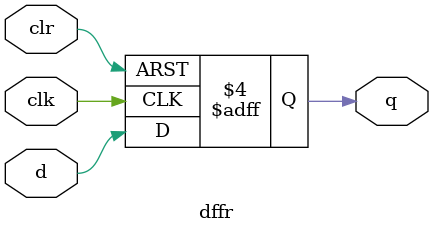
<source format=v>
module dffs
    ( input d, clk, pre, output reg q );
    initial begin
      q = 0;
    end
	always @( posedge clk, negedge pre )
		if ( !pre )
			q <= 1'b1;
		else
            q <= d;
endmodule

module dffr
    ( input d, clk, clr, output reg q );
    initial begin
      q = 0;
    end
	always @( posedge clk, negedge clr )
		if ( !clr )
			q <= 1'b0;
		else
            q <= d;
endmodule

</source>
